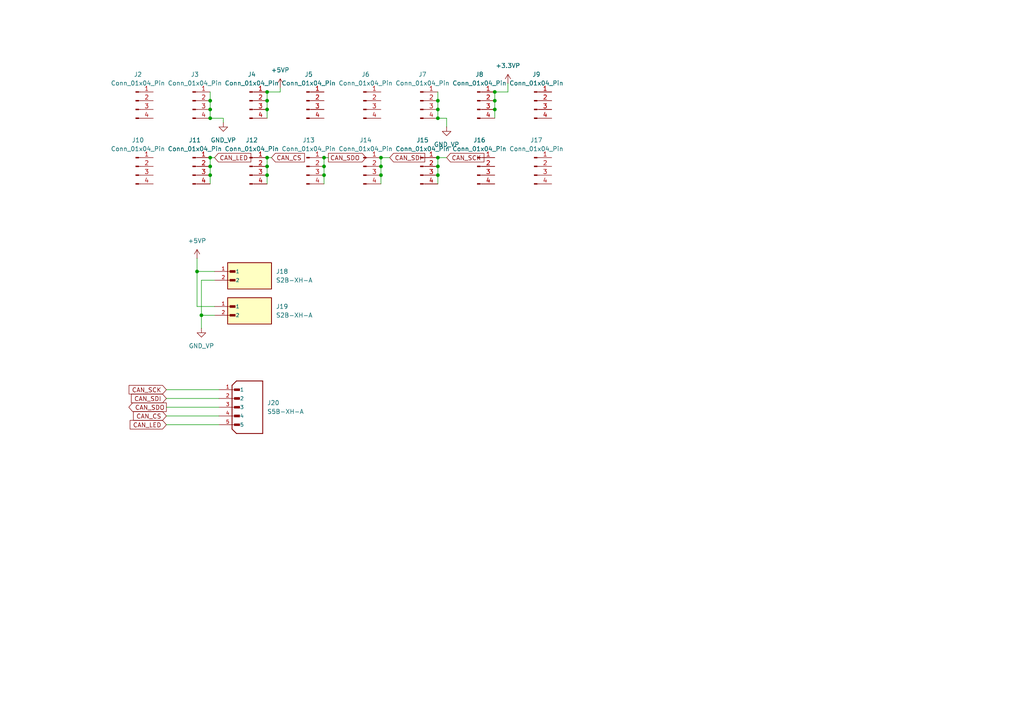
<source format=kicad_sch>
(kicad_sch (version 20250114) (generator "eeschema") (generator_version "9.0")
  (paper "A4")
  (title_block (title "CAN Isolation_Power Board") (date "2025-09-09") (rev "Ver.1.0") (company "ISHI-Kai"))
  (lib_symbols
    (symbol "Connector:Conn_01x04_Pin" (pin_names (offset 1.016) (hide yes))
      (property "Reference" "J" (at 0 5.08 0))
      (property "Value" "Conn_01x04_Pin" (at 0 -7.62 0))
      (symbol "Conn_01x04_Pin_1_1"
        (rectangle (start 0.8636 2.667) (end 0 2.413) (stroke (width 0.1524)) (fill (type outline)))
        (rectangle (start 0.8636 0.127) (end 0 -0.127) (stroke (width 0.1524)) (fill (type outline)))
        (rectangle (start 0.8636 -2.413) (end 0 -2.667) (stroke (width 0.1524)) (fill (type outline)))
        (rectangle (start 0.8636 -4.953) (end 0 -5.207) (stroke (width 0.1524)) (fill (type outline)))
        (polyline (pts (xy 1.27 2.54) (xy 0.8636 2.54)) (stroke (width 0.1524)))
        (polyline (pts (xy 1.27 0) (xy 0.8636 0)) (stroke (width 0.1524)))
        (polyline (pts (xy 1.27 -2.54) (xy 0.8636 -2.54)) (stroke (width 0.1524)))
        (polyline (pts (xy 1.27 -5.08) (xy 0.8636 -5.08)) (stroke (width 0.1524)))
        (pin passive line (at 5.08 2.54 180) (length 3.81) (name "Pin_1") (number "1"))
        (pin passive line (at 5.08 0 180) (length 3.81) (name "Pin_2") (number "2"))
        (pin passive line (at 5.08 -2.54 180) (length 3.81) (name "Pin_3") (number "3"))
        (pin passive line (at 5.08 -5.08 180) (length 3.81) (name "Pin_4") (number "4"))
      )
    )
    (symbol "S2B-XH-A:S2B-XH-A" (pin_names (offset 1.016))
      (property "Reference" "J" (at -6.85 5.08 0))
      (property "Value" "S2B-XH-A" (at -6.35 -5.08 0))
      (symbol "S2B-XH-A_0_0"
        (rectangle (start -6.35 -2.54) (end 6.35 5.08) (stroke (width 0.254)) (fill (type background)))
        (rectangle (start -5.715 2.2225) (end -4.1275 2.8575) (stroke (width 0.1)) (fill (type outline)))
        (rectangle (start -5.715 -0.3175) (end -4.1275 0.3175) (stroke (width 0.1)) (fill (type outline)))
        (pin passive line (at -10.16 2.54 0) (length 5.08) (name "1") (number "1"))
        (pin passive line (at -10.16 0 0) (length 5.08) (name "2") (number "2"))
      )
    )
    (symbol "S5B-XH-A:S5B-XH-A" (pin_names (offset 1.016))
      (property "Reference" "J" (at 0 8.89 0))
      (property "Value" "S5B-XH-A" (at 0 -10.16 0))
      (symbol "S5B-XH-A_0_0"
        (polyline (pts (xy -1.27 6.35) (xy -1.27 -6.35)) (stroke (width 0.254)))
        (polyline (pts (xy -1.27 6.35) (xy 0 7.62)) (stroke (width 0.254)))
        (polyline (pts (xy -1.27 -6.35) (xy 0 -7.62)) (stroke (width 0.254)))
        (rectangle (start -0.635 4.7625) (end 0.9525 5.3975) (stroke (width 0.1)) (fill (type outline)))
        (rectangle (start -0.635 2.2225) (end 0.9525 2.8575) (stroke (width 0.1)) (fill (type outline)))
        (rectangle (start -0.635 -0.3175) (end 0.9525 0.3175) (stroke (width 0.1)) (fill (type outline)))
        (rectangle (start -0.635 -2.8575) (end 0.9525 -2.2225) (stroke (width 0.1)) (fill (type outline)))
        (rectangle (start -0.635 -5.3975) (end 0.9525 -4.7625) (stroke (width 0.1)) (fill (type outline)))
        (polyline (pts (xy 0 -7.62) (xy 7.62 -7.62)) (stroke (width 0.254)))
        (polyline (pts (xy 7.62 7.62) (xy 0 7.62)) (stroke (width 0.254)))
        (polyline (pts (xy 7.62 -7.62) (xy 7.62 7.62)) (stroke (width 0.254)))
        (pin passive line (at -5.08 5.08 0) (length 5.08) (name "1") (number "1"))
        (pin passive line (at -5.08 2.54 0) (length 5.08) (name "2") (number "2"))
        (pin passive line (at -5.08 0 0) (length 5.08) (name "3") (number "3"))
        (pin passive line (at -5.08 -2.54 0) (length 5.08) (name "4") (number "4"))
        (pin passive line (at -5.08 -5.08 0) (length 5.08) (name "5") (number "5"))
      )
    )
    (symbol "power:+3.3VP" (power) (pin_numbers (hide yes)) (pin_names (offset 0) (hide yes))
      (property "Value" "+3.3VP" (at 0 3.556 0))
      (symbol "+3.3VP_0_0"
        (pin power_in line (at 0 0 90) (length 0) (name "~") (number "1"))
      )
      (symbol "+3.3VP_0_1"
        (polyline (pts (xy -0.762 1.27) (xy 0 2.54)))
        (polyline (pts (xy 0 2.54) (xy 0.762 1.27)))
        (polyline (pts (xy 0 0) (xy 0 2.54)))
      )
    )
    (symbol "power:+5VP" (power) (pin_numbers (hide yes)) (pin_names (offset 0) (hide yes))
      (property "Value" "+5VP" (at 0 3.556 0))
      (symbol "+5VP_0_1"
        (polyline (pts (xy -0.762 1.27) (xy 0 2.54)))
        (polyline (pts (xy 0 2.54) (xy 0.762 1.27)))
        (polyline (pts (xy 0 0) (xy 0 2.54)))
      )
      (symbol "+5VP_1_1"
        (pin power_in line (at 0 0 90) (length 0) (name "~") (number "1"))
      )
    )
    (symbol "power:GND1" (power) (pin_numbers (hide yes)) (pin_names (offset 0) (hide yes))
      (property "Value" "GND1" (at 0 -3.81 0))
      (symbol "GND1_0_1"
        (polyline (pts (xy 0 0) (xy 0 -1.27) (xy 1.27 -1.27) (xy 0 -2.54) (xy -1.27 -1.27) (xy 0 -1.27)))
      )
      (symbol "GND1_1_1"
        (pin power_in line (at 0 0 270) (length 0) (name "~") (number "1"))
      )
    )
  )
  (junction (at 110.49 50.8))
  (junction (at 77.47 31.75))
  (junction (at 93.98 50.8))
  (junction (at 60.96 31.75))
  (junction (at 77.47 50.8))
  (junction (at 77.47 48.26))
  (junction (at 127 45.72))
  (junction (at 60.96 29.21))
  (junction (at 60.96 34.29))
  (junction (at 77.47 26.67))
  (junction (at 93.98 45.72))
  (junction (at 127 29.21))
  (junction (at 77.47 29.21))
  (junction (at 60.96 45.72))
  (junction (at 60.96 48.26))
  (junction (at 110.49 45.72))
  (junction (at 57.15 78.74))
  (junction (at 127 48.26))
  (junction (at 127 31.75))
  (junction (at 143.51 26.67))
  (junction (at 77.47 45.72))
  (junction (at 143.51 31.75))
  (junction (at 110.49 48.26))
  (junction (at 143.51 29.21))
  (junction (at 127 34.29))
  (junction (at 127 50.8))
  (junction (at 60.96 50.8))
  (junction (at 93.98 48.26))
  (junction (at 58.42 91.44))
  (wire (pts (xy 77.47 48.26) (xy 77.47 50.8)))
  (wire (pts (xy 58.42 81.28) (xy 58.42 91.44)))
  (wire (pts (xy 48.26 118.11) (xy 63.5 118.11)))
  (wire (pts (xy 93.98 45.72) (xy 93.98 48.26)))
  (wire (pts (xy 48.26 113.03) (xy 63.5 113.03)))
  (wire (pts (xy 93.98 45.72) (xy 95.25 45.72)))
  (wire (pts (xy 127 48.26) (xy 127 50.8)))
  (wire (pts (xy 143.51 31.75) (xy 143.51 34.29)))
  (wire (pts (xy 127 45.72) (xy 129.54 45.72)))
  (wire (pts (xy 127 26.67) (xy 127 29.21)))
  (wire (pts (xy 127 50.8) (xy 127 53.34)))
  (wire (pts (xy 60.96 26.67) (xy 60.96 29.21)))
  (wire (pts (xy 110.49 45.72) (xy 113.03 45.72)))
  (wire (pts (xy 77.47 50.8) (xy 77.47 53.34)))
  (wire (pts (xy 110.49 45.72) (xy 110.49 48.26)))
  (wire (pts (xy 60.96 50.8) (xy 60.96 53.34)))
  (wire (pts (xy 60.96 29.21) (xy 60.96 31.75)))
  (wire (pts (xy 48.26 120.65) (xy 63.5 120.65)))
  (wire (pts (xy 57.15 78.74) (xy 62.23 78.74)))
  (wire (pts (xy 48.26 115.57) (xy 63.5 115.57)))
  (wire (pts (xy 57.15 74.93) (xy 57.15 78.74)))
  (wire (pts (xy 127 45.72) (xy 127 48.26)))
  (wire (pts (xy 48.26 123.19) (xy 63.5 123.19)))
  (wire (pts (xy 110.49 48.26) (xy 110.49 50.8)))
  (wire (pts (xy 81.28 26.67) (xy 77.47 26.67)))
  (wire (pts (xy 60.96 48.26) (xy 60.96 50.8)))
  (wire (pts (xy 93.98 50.8) (xy 93.98 53.34)))
  (wire (pts (xy 58.42 91.44) (xy 58.42 95.25)))
  (wire (pts (xy 60.96 31.75) (xy 60.96 34.29)))
  (wire (pts (xy 77.47 45.72) (xy 78.74 45.72)))
  (wire (pts (xy 147.32 24.13) (xy 147.32 26.67)))
  (wire (pts (xy 62.23 88.9) (xy 57.15 88.9)))
  (wire (pts (xy 64.77 35.56) (xy 64.77 34.29)))
  (wire (pts (xy 57.15 88.9) (xy 57.15 78.74)))
  (wire (pts (xy 77.47 26.67) (xy 77.47 29.21)))
  (wire (pts (xy 147.32 26.67) (xy 143.51 26.67)))
  (wire (pts (xy 60.96 45.72) (xy 62.23 45.72)))
  (wire (pts (xy 62.23 81.28) (xy 58.42 81.28)))
  (wire (pts (xy 143.51 29.21) (xy 143.51 31.75)))
  (wire (pts (xy 127 29.21) (xy 127 31.75)))
  (wire (pts (xy 58.42 91.44) (xy 62.23 91.44)))
  (wire (pts (xy 143.51 26.67) (xy 143.51 29.21)))
  (wire (pts (xy 77.47 29.21) (xy 77.47 31.75)))
  (wire (pts (xy 81.28 25.4) (xy 81.28 26.67)))
  (wire (pts (xy 77.47 45.72) (xy 77.47 48.26)))
  (wire (pts (xy 64.77 34.29) (xy 60.96 34.29)))
  (wire (pts (xy 93.98 48.26) (xy 93.98 50.8)))
  (wire (pts (xy 127 31.75) (xy 127 34.29)))
  (wire (pts (xy 77.47 31.75) (xy 77.47 34.29)))
  (wire (pts (xy 129.54 34.29) (xy 127 34.29)))
  (wire (pts (xy 129.54 36.83) (xy 129.54 34.29)))
  (wire (pts (xy 110.49 50.8) (xy 110.49 53.34)))
  (wire (pts (xy 60.96 45.72) (xy 60.96 48.26)))
  (global_label "CAN_SDI" (shape input) (at 48.26 115.57 180) (property "Intersheetrefs" "${INTERSHEET_REFS}" (effects (hide yes))))
  (global_label "CAN_LED" (shape input) (at 48.26 123.19 180) (property "Intersheetrefs" "${INTERSHEET_REFS}" (effects (hide yes))))
  (global_label "CAN_LED" (shape input) (at 62.23 45.72 0) (property "Intersheetrefs" "${INTERSHEET_REFS}" (effects (hide yes))))
  (global_label "CAN_CS" (shape input) (at 78.74 45.72 0) (property "Intersheetrefs" "${INTERSHEET_REFS}" (effects (hide yes))))
  (global_label "CAN_SCK" (shape input) (at 48.26 113.03 180) (property "Intersheetrefs" "${INTERSHEET_REFS}" (effects (hide yes))))
  (global_label "CAN_SDO" (shape output) (at 48.26 118.11 180) (property "Intersheetrefs" "${INTERSHEET_REFS}" (effects (hide yes))))
  (global_label "CAN_CS" (shape input) (at 48.26 120.65 180) (property "Intersheetrefs" "${INTERSHEET_REFS}" (effects (hide yes))))
  (global_label "CAN_SDO" (shape output) (at 95.25 45.72 0) (property "Intersheetrefs" "${INTERSHEET_REFS}" (effects (hide yes))))
  (global_label "CAN_SDI" (shape input) (at 113.03 45.72 0) (property "Intersheetrefs" "${INTERSHEET_REFS}" (effects (hide yes))))
  (global_label "CAN_SCK" (shape input) (at 129.54 45.72 0) (property "Intersheetrefs" "${INTERSHEET_REFS}" (effects (hide yes))))
  (symbol (lib_id "Connector:Conn_01x04_Pin") (at 121.92 29.21 0) (unit 1)
    (property "Reference" "J7" (at 122.555 21.59 0))
    (property "Value" "Conn_01x04_Pin" (at 122.555 24.13 0))
    (property "Footprint" "CAN_Isolation:PinHeader_1x04_P2.54mm_Vertical_noSilk" (effects (hide yes)))
    (property "Description" "Generic connector, single row, 01x04, script generated" (effects (hide yes)))
  )
  (symbol (lib_id "power:+3.3VP") (at 147.32 24.13 0) (unit 1)
    (property "Reference" "#PWR027" (effects (hide yes)))
    (property "Value" "+3.3VP" (at 147.32 19.05 0))
    (property "Description" "Power symbol creates a global label with name \"+3.3VP\"" (effects (hide yes)))
  )
  (symbol (lib_id "power:+5VP") (at 81.28 25.4 0) (unit 1)
    (property "Reference" "#PWR026" (effects (hide yes)))
    (property "Value" "+5VP" (at 81.28 20.32 0))
    (property "Description" "Power symbol creates a global label with name \"+5VP\"" (effects (hide yes)))
  )
  (symbol (lib_id "Connector:Conn_01x04_Pin") (at 138.43 29.21 0) (unit 1)
    (property "Reference" "J8" (at 139.065 21.59 0))
    (property "Value" "Conn_01x04_Pin" (at 139.065 24.13 0))
    (property "Footprint" "CAN_Isolation:PinHeader_1x04_P2.54mm_Vertical_noSilk" (effects (hide yes)))
    (property "Description" "Generic connector, single row, 01x04, script generated" (effects (hide yes)))
  )
  (symbol (lib_id "Connector:Conn_01x04_Pin") (at 55.88 29.21 0) (unit 1)
    (property "Reference" "J3" (at 56.515 21.59 0))
    (property "Value" "Conn_01x04_Pin" (at 56.515 24.13 0))
    (property "Footprint" "CAN_Isolation:PinHeader_1x04_P2.54mm_Vertical_noSilk" (effects (hide yes)))
    (property "Description" "Generic connector, single row, 01x04, script generated" (effects (hide yes)))
  )
  (symbol (lib_id "Connector:Conn_01x04_Pin") (at 121.92 48.26 0) (unit 1)
    (property "Reference" "J15" (at 122.555 40.64 0))
    (property "Value" "Conn_01x04_Pin" (at 122.555 43.18 0))
    (property "Footprint" "CAN_Isolation:PinHeader_1x04_P2.54mm_Vertical_noSilk" (effects (hide yes)))
    (property "Description" "Generic connector, single row, 01x04, script generated" (effects (hide yes)))
  )
  (symbol (lib_id "S2B-XH-A:S2B-XH-A") (at 72.39 91.44 0) (unit 1)
    (property "Reference" "J19" (at 80.01 88.8999 0) (effects (justify left)))
    (property "Value" "S2B-XH-A" (at 80.01 91.4399 0) (effects (justify left)))
    (property "Footprint" "CAN_Isolation:JST_S2B-XH-A" (effects (hide yes)))
    (property "MANUFACTURER" "JST" (effects (hide yes)))
  )
  (symbol (lib_id "Connector:Conn_01x04_Pin") (at 105.41 29.21 0) (unit 1)
    (property "Reference" "J6" (at 106.045 21.59 0))
    (property "Value" "Conn_01x04_Pin" (at 106.045 24.13 0))
    (property "Footprint" "CAN_Isolation:PinHeader_1x04_P2.54mm_Vertical_noSilk" (effects (hide yes)))
    (property "Description" "Generic connector, single row, 01x04, script generated" (effects (hide yes)))
  )
  (symbol (lib_id "Connector:Conn_01x04_Pin") (at 138.43 48.26 0) (unit 1)
    (property "Reference" "J16" (at 139.065 40.64 0))
    (property "Value" "Conn_01x04_Pin" (at 139.065 43.18 0))
    (property "Footprint" "CAN_Isolation:PinHeader_1x04_P2.54mm_Vertical_noSilk" (effects (hide yes)))
    (property "Description" "Generic connector, single row, 01x04, script generated" (effects (hide yes)))
  )
  (symbol (lib_id "power:GND1") (at 64.77 35.56 0) (unit 1)
    (property "Reference" "#PWR028" (effects (hide yes)))
    (property "Value" "GND_VP" (at 64.77 40.64 0))
    (property "Description" "Power symbol creates a global label with name \"GND1\" , ground" (effects (hide yes)))
  )
  (symbol (lib_id "Connector:Conn_01x04_Pin") (at 39.37 29.21 0) (unit 1)
    (property "Reference" "J2" (at 40.005 21.59 0))
    (property "Value" "Conn_01x04_Pin" (at 40.005 24.13 0))
    (property "Footprint" "CAN_Isolation:PinHeader_1x04_P2.54mm_Vertical_noSilk" (effects (hide yes)))
    (property "Description" "Generic connector, single row, 01x04, script generated" (effects (hide yes)))
  )
  (symbol (lib_id "S5B-XH-A:S5B-XH-A") (at 68.58 118.11 0) (unit 1)
    (property "Reference" "J20" (at 77.47 116.8399 0) (effects (justify left)))
    (property "Value" "S5B-XH-A" (at 77.47 119.3799 0) (effects (justify left)))
    (property "Footprint" "CAN_Isolation:JST_S5B-XH-A" (effects (hide yes)))
    (property "PARTREV" "27-1-20" (effects (hide yes)))
    (property "STANDARD" "Manufacturer Recommendations" (effects (hide yes)))
    (property "MAXIMUM_PACKAGE_HEIGHT" "6.1mm" (effects (hide yes)))
    (property "MANUFACTURER" "JST" (effects (hide yes)))
  )
  (symbol (lib_id "power:GND1") (at 129.54 36.83 0) (unit 1)
    (property "Reference" "#PWR029" (effects (hide yes)))
    (property "Value" "GND_VP" (at 129.54 41.91 0))
    (property "Description" "Power symbol creates a global label with name \"GND1\" , ground" (effects (hide yes)))
  )
  (symbol (lib_id "Connector:Conn_01x04_Pin") (at 39.37 48.26 0) (unit 1)
    (property "Reference" "J10" (at 40.005 40.64 0))
    (property "Value" "Conn_01x04_Pin" (at 40.005 43.18 0))
    (property "Footprint" "CAN_Isolation:PinHeader_1x04_P2.54mm_Vertical_noSilk" (effects (hide yes)))
    (property "Description" "Generic connector, single row, 01x04, script generated" (effects (hide yes)))
  )
  (symbol (lib_id "power:+5VP") (at 57.15 74.93 0) (unit 1)
    (property "Reference" "#PWR020" (effects (hide yes)))
    (property "Value" "+5VP" (at 57.15 69.85 0))
    (property "Description" "Power symbol creates a global label with name \"+5VP\"" (effects (hide yes)))
  )
  (symbol (lib_id "Connector:Conn_01x04_Pin") (at 55.88 48.26 0) (unit 1)
    (property "Reference" "J11" (at 56.515 40.64 0))
    (property "Value" "Conn_01x04_Pin" (at 56.515 43.18 0))
    (property "Footprint" "CAN_Isolation:PinHeader_1x04_P2.54mm_Vertical_noSilk" (effects (hide yes)))
    (property "Description" "Generic connector, single row, 01x04, script generated" (effects (hide yes)))
  )
  (symbol (lib_id "Connector:Conn_01x04_Pin") (at 105.41 48.26 0) (unit 1)
    (property "Reference" "J14" (at 106.045 40.64 0))
    (property "Value" "Conn_01x04_Pin" (at 106.045 43.18 0))
    (property "Footprint" "CAN_Isolation:PinHeader_1x04_P2.54mm_Vertical_noSilk" (effects (hide yes)))
    (property "Description" "Generic connector, single row, 01x04, script generated" (effects (hide yes)))
  )
  (symbol (lib_id "Connector:Conn_01x04_Pin") (at 72.39 48.26 0) (unit 1)
    (property "Reference" "J12" (at 73.025 40.64 0))
    (property "Value" "Conn_01x04_Pin" (at 73.025 43.18 0))
    (property "Footprint" "CAN_Isolation:PinHeader_1x04_P2.54mm_Vertical_noSilk" (effects (hide yes)))
    (property "Description" "Generic connector, single row, 01x04, script generated" (effects (hide yes)))
  )
  (symbol (lib_id "Connector:Conn_01x04_Pin") (at 88.9 29.21 0) (unit 1)
    (property "Reference" "J5" (at 89.535 21.59 0))
    (property "Value" "Conn_01x04_Pin" (at 89.535 24.13 0))
    (property "Footprint" "CAN_Isolation:PinHeader_1x04_P2.54mm_Vertical_noSilk" (effects (hide yes)))
    (property "Description" "Generic connector, single row, 01x04, script generated" (effects (hide yes)))
  )
  (symbol (lib_id "power:GND1") (at 58.42 95.25 0) (unit 1)
    (property "Reference" "#PWR025" (effects (hide yes)))
    (property "Value" "GND_VP" (at 58.42 100.33 0))
    (property "Description" "Power symbol creates a global label with name \"GND1\" , ground" (effects (hide yes)))
  )
  (symbol (lib_id "Connector:Conn_01x04_Pin") (at 154.94 48.26 0) (unit 1)
    (property "Reference" "J17" (at 155.575 40.64 0))
    (property "Value" "Conn_01x04_Pin" (at 155.575 43.18 0))
    (property "Footprint" "CAN_Isolation:PinHeader_1x04_P2.54mm_Vertical_noSilk" (effects (hide yes)))
    (property "Description" "Generic connector, single row, 01x04, script generated" (effects (hide yes)))
  )
  (symbol (lib_id "Connector:Conn_01x04_Pin") (at 72.39 29.21 0) (unit 1)
    (property "Reference" "J4" (at 73.025 21.59 0))
    (property "Value" "Conn_01x04_Pin" (at 73.025 24.13 0))
    (property "Footprint" "CAN_Isolation:PinHeader_1x04_P2.54mm_Vertical_noSilk" (effects (hide yes)))
    (property "Description" "Generic connector, single row, 01x04, script generated" (effects (hide yes)))
  )
  (symbol (lib_id "S2B-XH-A:S2B-XH-A") (at 72.39 81.28 0) (unit 1)
    (property "Reference" "J18" (at 80.01 78.7399 0) (effects (justify left)))
    (property "Value" "S2B-XH-A" (at 80.01 81.2799 0) (effects (justify left)))
    (property "Footprint" "CAN_Isolation:JST_S2B-XH-A" (effects (hide yes)))
    (property "MANUFACTURER" "JST" (effects (hide yes)))
  )
  (symbol (lib_id "Connector:Conn_01x04_Pin") (at 88.9 48.26 0) (unit 1)
    (property "Reference" "J13" (at 89.535 40.64 0))
    (property "Value" "Conn_01x04_Pin" (at 89.535 43.18 0))
    (property "Footprint" "CAN_Isolation:PinHeader_1x04_P2.54mm_Vertical_noSilk" (effects (hide yes)))
    (property "Description" "Generic connector, single row, 01x04, script generated" (effects (hide yes)))
  )
  (symbol (lib_id "Connector:Conn_01x04_Pin") (at 154.94 29.21 0) (unit 1)
    (property "Reference" "J9" (at 155.575 21.59 0))
    (property "Value" "Conn_01x04_Pin" (at 155.575 24.13 0))
    (property "Footprint" "CAN_Isolation:PinHeader_1x04_P2.54mm_Vertical_noSilk" (effects (hide yes)))
    (property "Description" "Generic connector, single row, 01x04, script generated" (effects (hide yes)))
  )
)
</source>
